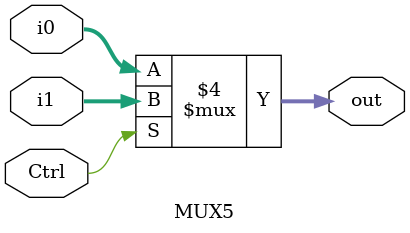
<source format=v>
`timescale 1ns/1ps
module MUX5 (
    input Ctrl,
    input [4:0] i0,
    input [4:0] i1,
    output [4:0] out
);
    always @* begin
        if (Ctrl == 0)
            out = i0;
        else
            out = i1;
    end

endmodule

</source>
